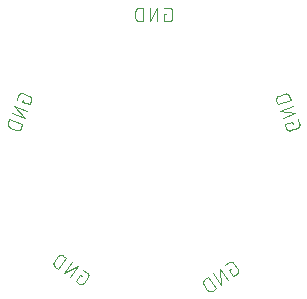
<source format=gbr>
G04 EAGLE Gerber RS-274X export*
G75*
%MOMM*%
%FSLAX34Y34*%
%LPD*%
%INSilkscreen Bottom*%
%IPPOS*%
%AMOC8*
5,1,8,0,0,1.08239X$1,22.5*%
G01*
%ADD10C,0.101600*%


D10*
X357094Y466149D02*
X355146Y466149D01*
X355146Y459658D01*
X359041Y459658D01*
X359140Y459660D01*
X359240Y459666D01*
X359339Y459675D01*
X359437Y459688D01*
X359535Y459705D01*
X359633Y459726D01*
X359729Y459751D01*
X359824Y459779D01*
X359918Y459811D01*
X360011Y459846D01*
X360103Y459885D01*
X360193Y459928D01*
X360281Y459973D01*
X360368Y460023D01*
X360452Y460075D01*
X360535Y460131D01*
X360615Y460189D01*
X360693Y460251D01*
X360768Y460316D01*
X360841Y460384D01*
X360911Y460454D01*
X360979Y460527D01*
X361044Y460602D01*
X361106Y460680D01*
X361164Y460760D01*
X361220Y460843D01*
X361272Y460927D01*
X361322Y461014D01*
X361367Y461102D01*
X361410Y461192D01*
X361449Y461284D01*
X361484Y461377D01*
X361516Y461471D01*
X361544Y461566D01*
X361569Y461662D01*
X361590Y461760D01*
X361607Y461858D01*
X361620Y461956D01*
X361629Y462055D01*
X361635Y462155D01*
X361637Y462254D01*
X361638Y462254D02*
X361638Y468746D01*
X361637Y468746D02*
X361635Y468845D01*
X361629Y468945D01*
X361620Y469044D01*
X361607Y469142D01*
X361590Y469240D01*
X361569Y469338D01*
X361544Y469434D01*
X361516Y469529D01*
X361484Y469623D01*
X361449Y469716D01*
X361410Y469808D01*
X361367Y469898D01*
X361322Y469986D01*
X361272Y470073D01*
X361220Y470157D01*
X361164Y470240D01*
X361106Y470320D01*
X361044Y470398D01*
X360979Y470473D01*
X360911Y470546D01*
X360841Y470616D01*
X360768Y470684D01*
X360693Y470749D01*
X360615Y470811D01*
X360535Y470869D01*
X360452Y470925D01*
X360368Y470977D01*
X360281Y471027D01*
X360193Y471072D01*
X360103Y471115D01*
X360011Y471154D01*
X359918Y471189D01*
X359824Y471221D01*
X359729Y471249D01*
X359633Y471274D01*
X359535Y471295D01*
X359437Y471312D01*
X359339Y471325D01*
X359240Y471334D01*
X359140Y471340D01*
X359041Y471342D01*
X355146Y471342D01*
X349446Y471342D02*
X349446Y459658D01*
X342954Y459658D02*
X349446Y471342D01*
X342954Y471342D02*
X342954Y459658D01*
X337254Y459658D02*
X337254Y471342D01*
X334008Y471342D01*
X333895Y471340D01*
X333782Y471334D01*
X333669Y471324D01*
X333556Y471310D01*
X333444Y471293D01*
X333333Y471271D01*
X333223Y471246D01*
X333113Y471216D01*
X333005Y471183D01*
X332898Y471146D01*
X332792Y471106D01*
X332688Y471061D01*
X332585Y471013D01*
X332484Y470962D01*
X332385Y470907D01*
X332288Y470849D01*
X332193Y470787D01*
X332100Y470722D01*
X332010Y470654D01*
X331922Y470583D01*
X331836Y470508D01*
X331753Y470431D01*
X331673Y470351D01*
X331596Y470268D01*
X331521Y470182D01*
X331450Y470094D01*
X331382Y470004D01*
X331317Y469911D01*
X331255Y469816D01*
X331197Y469719D01*
X331142Y469620D01*
X331091Y469519D01*
X331043Y469416D01*
X330998Y469312D01*
X330958Y469206D01*
X330921Y469099D01*
X330888Y468991D01*
X330858Y468881D01*
X330833Y468771D01*
X330811Y468660D01*
X330794Y468548D01*
X330780Y468435D01*
X330770Y468322D01*
X330764Y468209D01*
X330762Y468096D01*
X330762Y462904D01*
X330764Y462791D01*
X330770Y462678D01*
X330780Y462565D01*
X330794Y462452D01*
X330811Y462340D01*
X330833Y462229D01*
X330858Y462119D01*
X330888Y462009D01*
X330921Y461901D01*
X330958Y461794D01*
X330998Y461688D01*
X331043Y461584D01*
X331091Y461481D01*
X331142Y461380D01*
X331197Y461281D01*
X331255Y461184D01*
X331317Y461089D01*
X331382Y460996D01*
X331450Y460906D01*
X331521Y460818D01*
X331596Y460732D01*
X331673Y460649D01*
X331753Y460569D01*
X331836Y460492D01*
X331922Y460417D01*
X332010Y460346D01*
X332100Y460278D01*
X332193Y460213D01*
X332288Y460151D01*
X332385Y460093D01*
X332484Y460038D01*
X332585Y459987D01*
X332688Y459939D01*
X332792Y459894D01*
X332898Y459854D01*
X333005Y459817D01*
X333113Y459784D01*
X333223Y459754D01*
X333333Y459729D01*
X333444Y459707D01*
X333556Y459690D01*
X333669Y459676D01*
X333782Y459666D01*
X333895Y459660D01*
X334008Y459658D01*
X337254Y459658D01*
X463370Y374915D02*
X464036Y373085D01*
X463370Y374915D02*
X457270Y372695D01*
X458602Y369035D01*
X458603Y369035D02*
X458638Y368942D01*
X458678Y368851D01*
X458720Y368761D01*
X458767Y368673D01*
X458816Y368587D01*
X458869Y368503D01*
X458925Y368420D01*
X458984Y368340D01*
X459046Y368263D01*
X459111Y368188D01*
X459179Y368115D01*
X459250Y368045D01*
X459323Y367978D01*
X459399Y367913D01*
X459477Y367852D01*
X459558Y367793D01*
X459640Y367738D01*
X459725Y367686D01*
X459812Y367637D01*
X459900Y367592D01*
X459990Y367550D01*
X460082Y367511D01*
X460175Y367476D01*
X460269Y367445D01*
X460365Y367417D01*
X460461Y367393D01*
X460559Y367372D01*
X460657Y367356D01*
X460755Y367343D01*
X460854Y367334D01*
X460954Y367329D01*
X461053Y367327D01*
X461153Y367329D01*
X461252Y367335D01*
X461351Y367345D01*
X461449Y367359D01*
X461547Y367377D01*
X461644Y367398D01*
X461741Y367423D01*
X461836Y367451D01*
X461930Y367484D01*
X461930Y367483D02*
X468030Y369703D01*
X468030Y369704D02*
X468123Y369739D01*
X468214Y369779D01*
X468304Y369821D01*
X468392Y369868D01*
X468478Y369917D01*
X468562Y369970D01*
X468645Y370026D01*
X468725Y370085D01*
X468802Y370147D01*
X468877Y370212D01*
X468950Y370280D01*
X469020Y370351D01*
X469087Y370424D01*
X469152Y370500D01*
X469213Y370578D01*
X469272Y370659D01*
X469327Y370741D01*
X469379Y370826D01*
X469428Y370913D01*
X469473Y371001D01*
X469515Y371091D01*
X469554Y371183D01*
X469589Y371276D01*
X469620Y371370D01*
X469648Y371466D01*
X469672Y371562D01*
X469693Y371660D01*
X469709Y371758D01*
X469722Y371856D01*
X469731Y371955D01*
X469736Y372055D01*
X469738Y372154D01*
X469736Y372253D01*
X469730Y372353D01*
X469720Y372452D01*
X469706Y372550D01*
X469688Y372648D01*
X469667Y372745D01*
X469642Y372842D01*
X469614Y372937D01*
X469581Y373031D01*
X469582Y373031D02*
X468250Y376691D01*
X466300Y382048D02*
X455320Y378052D01*
X453100Y384152D02*
X466300Y382048D01*
X464080Y388148D02*
X453100Y384152D01*
X451151Y389509D02*
X462130Y393505D01*
X461020Y396555D01*
X460980Y396661D01*
X460935Y396765D01*
X460887Y396868D01*
X460836Y396969D01*
X460781Y397068D01*
X460723Y397165D01*
X460661Y397260D01*
X460596Y397353D01*
X460528Y397443D01*
X460457Y397531D01*
X460382Y397617D01*
X460305Y397700D01*
X460225Y397780D01*
X460142Y397857D01*
X460056Y397932D01*
X459968Y398003D01*
X459878Y398071D01*
X459785Y398136D01*
X459690Y398198D01*
X459593Y398256D01*
X459494Y398311D01*
X459393Y398362D01*
X459290Y398410D01*
X459186Y398455D01*
X459080Y398495D01*
X458973Y398532D01*
X458865Y398565D01*
X458755Y398595D01*
X458645Y398620D01*
X458534Y398642D01*
X458422Y398659D01*
X458309Y398673D01*
X458196Y398683D01*
X458083Y398689D01*
X457970Y398691D01*
X457857Y398689D01*
X457744Y398683D01*
X457631Y398673D01*
X457518Y398659D01*
X457406Y398642D01*
X457295Y398620D01*
X457185Y398595D01*
X457075Y398565D01*
X456967Y398532D01*
X456860Y398495D01*
X456860Y398494D02*
X451980Y396718D01*
X451980Y396719D02*
X451874Y396679D01*
X451770Y396634D01*
X451667Y396586D01*
X451566Y396535D01*
X451467Y396480D01*
X451370Y396422D01*
X451275Y396360D01*
X451182Y396295D01*
X451092Y396227D01*
X451004Y396156D01*
X450918Y396081D01*
X450835Y396004D01*
X450755Y395924D01*
X450678Y395841D01*
X450603Y395755D01*
X450532Y395667D01*
X450464Y395577D01*
X450399Y395484D01*
X450337Y395389D01*
X450279Y395292D01*
X450224Y395193D01*
X450173Y395092D01*
X450125Y394989D01*
X450080Y394885D01*
X450040Y394779D01*
X450003Y394672D01*
X449970Y394564D01*
X449940Y394454D01*
X449915Y394344D01*
X449893Y394233D01*
X449876Y394121D01*
X449862Y394008D01*
X449852Y393895D01*
X449846Y393782D01*
X449844Y393669D01*
X449846Y393556D01*
X449852Y393443D01*
X449862Y393330D01*
X449876Y393217D01*
X449893Y393105D01*
X449915Y392994D01*
X449940Y392884D01*
X449970Y392774D01*
X450003Y392666D01*
X450040Y392559D01*
X450041Y392559D02*
X451151Y389509D01*
X411389Y250384D02*
X409794Y249267D01*
X413517Y243950D01*
X416708Y246184D01*
X416707Y246184D02*
X416787Y246243D01*
X416865Y246305D01*
X416941Y246369D01*
X417014Y246437D01*
X417085Y246507D01*
X417152Y246580D01*
X417217Y246655D01*
X417279Y246733D01*
X417338Y246813D01*
X417394Y246895D01*
X417447Y246980D01*
X417496Y247066D01*
X417542Y247154D01*
X417585Y247244D01*
X417624Y247335D01*
X417659Y247428D01*
X417691Y247522D01*
X417720Y247618D01*
X417744Y247714D01*
X417765Y247811D01*
X417783Y247909D01*
X417796Y248008D01*
X417806Y248107D01*
X417812Y248206D01*
X417814Y248305D01*
X417812Y248405D01*
X417807Y248504D01*
X417797Y248603D01*
X417784Y248702D01*
X417768Y248800D01*
X417747Y248897D01*
X417723Y248994D01*
X417695Y249089D01*
X417663Y249183D01*
X417628Y249276D01*
X417589Y249368D01*
X417547Y249458D01*
X417501Y249546D01*
X417452Y249633D01*
X417400Y249717D01*
X417345Y249800D01*
X413622Y255117D01*
X413563Y255197D01*
X413501Y255275D01*
X413437Y255351D01*
X413369Y255424D01*
X413299Y255495D01*
X413226Y255562D01*
X413151Y255627D01*
X413073Y255689D01*
X412993Y255748D01*
X412911Y255804D01*
X412826Y255857D01*
X412740Y255906D01*
X412652Y255952D01*
X412562Y255995D01*
X412471Y256034D01*
X412378Y256069D01*
X412284Y256101D01*
X412188Y256130D01*
X412092Y256154D01*
X411995Y256175D01*
X411897Y256193D01*
X411798Y256206D01*
X411699Y256216D01*
X411600Y256222D01*
X411501Y256224D01*
X411401Y256222D01*
X411302Y256217D01*
X411203Y256208D01*
X411104Y256194D01*
X411006Y256178D01*
X410909Y256157D01*
X410812Y256133D01*
X410717Y256105D01*
X410623Y256073D01*
X410530Y256038D01*
X410438Y255999D01*
X410348Y255957D01*
X410260Y255911D01*
X410173Y255862D01*
X410089Y255810D01*
X410006Y255755D01*
X406816Y253521D01*
X402146Y250251D02*
X408847Y240680D01*
X403530Y236957D02*
X402146Y250251D01*
X396829Y246528D02*
X403530Y236957D01*
X398860Y233687D02*
X392159Y243258D01*
X389500Y241396D01*
X389500Y241397D02*
X389409Y241330D01*
X389319Y241261D01*
X389232Y241188D01*
X389148Y241112D01*
X389067Y241033D01*
X388988Y240952D01*
X388912Y240868D01*
X388839Y240781D01*
X388770Y240692D01*
X388703Y240600D01*
X388640Y240506D01*
X388580Y240410D01*
X388523Y240312D01*
X388470Y240212D01*
X388420Y240110D01*
X388374Y240006D01*
X388332Y239901D01*
X388293Y239795D01*
X388258Y239687D01*
X388227Y239578D01*
X388199Y239468D01*
X388176Y239357D01*
X388156Y239246D01*
X388140Y239134D01*
X388128Y239021D01*
X388120Y238908D01*
X388116Y238795D01*
X388116Y238681D01*
X388120Y238568D01*
X388128Y238455D01*
X388140Y238342D01*
X388156Y238230D01*
X388176Y238119D01*
X388199Y238008D01*
X388227Y237898D01*
X388258Y237789D01*
X388293Y237681D01*
X388332Y237575D01*
X388374Y237470D01*
X388420Y237366D01*
X388470Y237264D01*
X388523Y237164D01*
X388580Y237066D01*
X388640Y236970D01*
X388703Y236876D01*
X391682Y232622D01*
X391681Y232622D02*
X391748Y232531D01*
X391817Y232441D01*
X391890Y232354D01*
X391966Y232270D01*
X392045Y232189D01*
X392126Y232110D01*
X392210Y232034D01*
X392297Y231961D01*
X392387Y231892D01*
X392478Y231825D01*
X392572Y231762D01*
X392668Y231702D01*
X392766Y231645D01*
X392866Y231592D01*
X392968Y231542D01*
X393072Y231496D01*
X393177Y231454D01*
X393283Y231415D01*
X393391Y231380D01*
X393500Y231349D01*
X393610Y231321D01*
X393721Y231298D01*
X393832Y231278D01*
X393944Y231262D01*
X394057Y231250D01*
X394170Y231242D01*
X394283Y231238D01*
X394397Y231238D01*
X394510Y231242D01*
X394623Y231250D01*
X394736Y231262D01*
X394848Y231278D01*
X394959Y231298D01*
X395070Y231321D01*
X395180Y231349D01*
X395289Y231380D01*
X395397Y231415D01*
X395503Y231454D01*
X395608Y231496D01*
X395712Y231542D01*
X395814Y231592D01*
X395914Y231645D01*
X396012Y231702D01*
X396108Y231762D01*
X396202Y231825D01*
X398860Y233687D01*
X285396Y243983D02*
X283801Y245100D01*
X280078Y239783D01*
X283268Y237549D01*
X283351Y237494D01*
X283435Y237442D01*
X283522Y237393D01*
X283610Y237347D01*
X283700Y237305D01*
X283792Y237266D01*
X283885Y237231D01*
X283979Y237199D01*
X284074Y237171D01*
X284171Y237147D01*
X284268Y237126D01*
X284366Y237110D01*
X284465Y237096D01*
X284564Y237087D01*
X284663Y237082D01*
X284763Y237080D01*
X284862Y237082D01*
X284961Y237088D01*
X285060Y237098D01*
X285159Y237111D01*
X285257Y237129D01*
X285354Y237150D01*
X285450Y237174D01*
X285546Y237203D01*
X285640Y237235D01*
X285733Y237270D01*
X285824Y237309D01*
X285914Y237352D01*
X286002Y237398D01*
X286088Y237447D01*
X286173Y237500D01*
X286255Y237556D01*
X286335Y237615D01*
X286413Y237677D01*
X286488Y237742D01*
X286561Y237809D01*
X286631Y237880D01*
X286699Y237953D01*
X286763Y238029D01*
X286825Y238107D01*
X286884Y238187D01*
X290607Y243504D01*
X290662Y243587D01*
X290714Y243671D01*
X290763Y243758D01*
X290809Y243846D01*
X290851Y243936D01*
X290890Y244028D01*
X290925Y244121D01*
X290957Y244215D01*
X290985Y244310D01*
X291009Y244407D01*
X291030Y244504D01*
X291046Y244602D01*
X291060Y244701D01*
X291069Y244800D01*
X291074Y244899D01*
X291076Y244999D01*
X291074Y245098D01*
X291068Y245197D01*
X291058Y245296D01*
X291045Y245395D01*
X291027Y245493D01*
X291006Y245590D01*
X290982Y245686D01*
X290953Y245782D01*
X290921Y245876D01*
X290886Y245969D01*
X290847Y246060D01*
X290804Y246150D01*
X290758Y246238D01*
X290709Y246324D01*
X290656Y246409D01*
X290600Y246491D01*
X290541Y246571D01*
X290479Y246649D01*
X290414Y246724D01*
X290347Y246797D01*
X290276Y246867D01*
X290203Y246935D01*
X290127Y246999D01*
X290049Y247061D01*
X289969Y247120D01*
X289970Y247120D02*
X286779Y249354D01*
X282110Y252624D02*
X275408Y243053D01*
X270091Y246776D02*
X282110Y252624D01*
X276792Y256347D02*
X270091Y246776D01*
X265421Y250046D02*
X272122Y259617D01*
X269464Y261478D01*
X269464Y261479D02*
X269370Y261542D01*
X269274Y261602D01*
X269176Y261659D01*
X269076Y261712D01*
X268974Y261762D01*
X268870Y261808D01*
X268765Y261850D01*
X268659Y261889D01*
X268551Y261924D01*
X268442Y261955D01*
X268332Y261983D01*
X268221Y262006D01*
X268110Y262026D01*
X267998Y262042D01*
X267885Y262054D01*
X267772Y262062D01*
X267659Y262066D01*
X267545Y262066D01*
X267432Y262062D01*
X267319Y262054D01*
X267206Y262042D01*
X267094Y262026D01*
X266983Y262006D01*
X266872Y261983D01*
X266762Y261955D01*
X266653Y261924D01*
X266545Y261889D01*
X266439Y261850D01*
X266334Y261808D01*
X266230Y261762D01*
X266128Y261712D01*
X266028Y261659D01*
X265930Y261602D01*
X265834Y261542D01*
X265740Y261479D01*
X265649Y261412D01*
X265559Y261343D01*
X265472Y261270D01*
X265388Y261194D01*
X265307Y261115D01*
X265228Y261034D01*
X265152Y260950D01*
X265079Y260863D01*
X265010Y260774D01*
X264943Y260682D01*
X264944Y260681D02*
X261965Y256428D01*
X261902Y256334D01*
X261842Y256238D01*
X261785Y256140D01*
X261732Y256040D01*
X261682Y255938D01*
X261636Y255834D01*
X261594Y255729D01*
X261555Y255623D01*
X261520Y255515D01*
X261489Y255406D01*
X261461Y255296D01*
X261438Y255185D01*
X261418Y255074D01*
X261402Y254962D01*
X261390Y254849D01*
X261382Y254736D01*
X261378Y254623D01*
X261378Y254509D01*
X261382Y254396D01*
X261390Y254283D01*
X261402Y254170D01*
X261418Y254058D01*
X261438Y253947D01*
X261461Y253836D01*
X261489Y253726D01*
X261520Y253617D01*
X261555Y253509D01*
X261594Y253403D01*
X261636Y253298D01*
X261682Y253194D01*
X261732Y253092D01*
X261785Y252992D01*
X261842Y252894D01*
X261902Y252798D01*
X261965Y252704D01*
X262032Y252612D01*
X262101Y252523D01*
X262174Y252436D01*
X262250Y252352D01*
X262329Y252271D01*
X262410Y252192D01*
X262494Y252116D01*
X262581Y252043D01*
X262671Y251974D01*
X262762Y251907D01*
X265421Y250046D01*
X235150Y391729D02*
X235816Y393559D01*
X235150Y391729D02*
X241250Y389509D01*
X242582Y393169D01*
X242581Y393169D02*
X242614Y393263D01*
X242642Y393358D01*
X242667Y393455D01*
X242688Y393552D01*
X242706Y393650D01*
X242720Y393748D01*
X242730Y393847D01*
X242736Y393947D01*
X242738Y394046D01*
X242736Y394145D01*
X242731Y394245D01*
X242722Y394344D01*
X242709Y394442D01*
X242693Y394540D01*
X242672Y394638D01*
X242648Y394734D01*
X242620Y394830D01*
X242589Y394924D01*
X242554Y395017D01*
X242515Y395109D01*
X242473Y395199D01*
X242428Y395287D01*
X242379Y395374D01*
X242327Y395459D01*
X242272Y395541D01*
X242213Y395622D01*
X242152Y395700D01*
X242087Y395776D01*
X242020Y395849D01*
X241950Y395920D01*
X241877Y395988D01*
X241802Y396053D01*
X241725Y396115D01*
X241645Y396174D01*
X241562Y396230D01*
X241478Y396283D01*
X241392Y396332D01*
X241304Y396379D01*
X241214Y396421D01*
X241123Y396461D01*
X241030Y396496D01*
X234930Y398716D01*
X234930Y398717D02*
X234836Y398750D01*
X234741Y398778D01*
X234644Y398803D01*
X234547Y398824D01*
X234449Y398842D01*
X234351Y398856D01*
X234252Y398866D01*
X234153Y398872D01*
X234053Y398874D01*
X233954Y398872D01*
X233854Y398867D01*
X233755Y398858D01*
X233657Y398845D01*
X233558Y398829D01*
X233461Y398808D01*
X233365Y398784D01*
X233269Y398756D01*
X233175Y398725D01*
X233081Y398690D01*
X232990Y398651D01*
X232900Y398609D01*
X232811Y398564D01*
X232724Y398515D01*
X232640Y398463D01*
X232557Y398408D01*
X232476Y398349D01*
X232398Y398288D01*
X232322Y398223D01*
X232249Y398156D01*
X232179Y398086D01*
X232111Y398013D01*
X232046Y397938D01*
X231983Y397860D01*
X231924Y397780D01*
X231868Y397698D01*
X231815Y397614D01*
X231766Y397527D01*
X231720Y397439D01*
X231677Y397349D01*
X231637Y397258D01*
X231602Y397165D01*
X230270Y393505D01*
X228320Y388148D02*
X239300Y384152D01*
X237080Y378052D02*
X228320Y388148D01*
X226100Y382048D02*
X237080Y378052D01*
X235130Y372695D02*
X224151Y376691D01*
X223041Y373641D01*
X223040Y373641D02*
X223003Y373534D01*
X222970Y373426D01*
X222940Y373316D01*
X222915Y373206D01*
X222893Y373095D01*
X222876Y372983D01*
X222862Y372870D01*
X222852Y372757D01*
X222846Y372644D01*
X222844Y372531D01*
X222846Y372418D01*
X222852Y372305D01*
X222862Y372192D01*
X222876Y372079D01*
X222893Y371967D01*
X222915Y371856D01*
X222940Y371746D01*
X222970Y371636D01*
X223003Y371528D01*
X223040Y371421D01*
X223080Y371315D01*
X223125Y371211D01*
X223173Y371108D01*
X223224Y371007D01*
X223279Y370908D01*
X223337Y370811D01*
X223399Y370716D01*
X223464Y370623D01*
X223532Y370533D01*
X223603Y370445D01*
X223678Y370359D01*
X223755Y370276D01*
X223835Y370196D01*
X223918Y370119D01*
X224004Y370044D01*
X224092Y369973D01*
X224182Y369905D01*
X224275Y369840D01*
X224370Y369778D01*
X224467Y369720D01*
X224566Y369665D01*
X224667Y369614D01*
X224770Y369566D01*
X224874Y369521D01*
X224980Y369481D01*
X229860Y367705D01*
X229860Y367706D02*
X229967Y367669D01*
X230076Y367636D01*
X230185Y367606D01*
X230295Y367581D01*
X230407Y367559D01*
X230518Y367542D01*
X230631Y367528D01*
X230744Y367518D01*
X230857Y367512D01*
X230970Y367510D01*
X231083Y367512D01*
X231196Y367518D01*
X231309Y367528D01*
X231422Y367542D01*
X231534Y367559D01*
X231645Y367581D01*
X231755Y367606D01*
X231864Y367636D01*
X231973Y367669D01*
X232080Y367706D01*
X232186Y367746D01*
X232290Y367791D01*
X232393Y367838D01*
X232493Y367890D01*
X232593Y367945D01*
X232690Y368003D01*
X232785Y368065D01*
X232877Y368130D01*
X232968Y368198D01*
X233056Y368269D01*
X233141Y368344D01*
X233224Y368421D01*
X233304Y368501D01*
X233382Y368584D01*
X233456Y368669D01*
X233527Y368757D01*
X233595Y368848D01*
X233660Y368940D01*
X233722Y369035D01*
X233780Y369133D01*
X233835Y369232D01*
X233887Y369333D01*
X233934Y369435D01*
X233979Y369539D01*
X234019Y369645D01*
X234020Y369645D02*
X235130Y372695D01*
M02*

</source>
